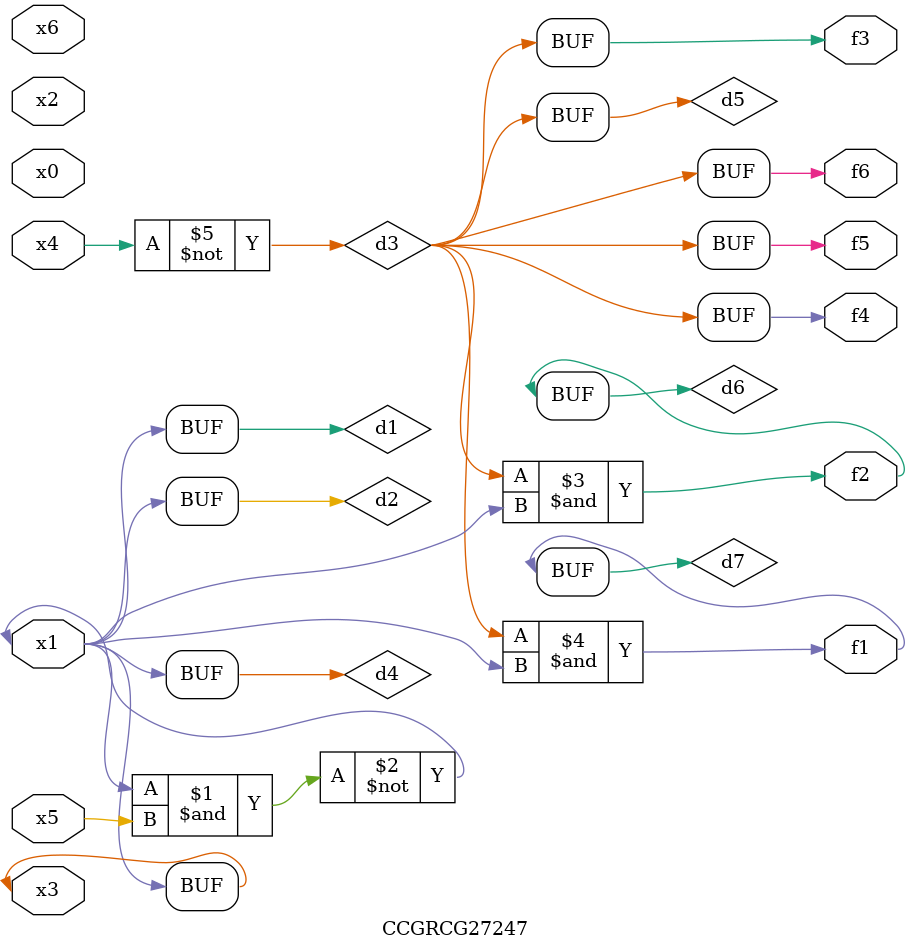
<source format=v>
module CCGRCG27247(
	input x0, x1, x2, x3, x4, x5, x6,
	output f1, f2, f3, f4, f5, f6
);

	wire d1, d2, d3, d4, d5, d6, d7;

	buf (d1, x1, x3);
	nand (d2, x1, x5);
	not (d3, x4);
	buf (d4, d1, d2);
	buf (d5, d3);
	and (d6, d3, d4);
	and (d7, d3, d4);
	assign f1 = d7;
	assign f2 = d6;
	assign f3 = d5;
	assign f4 = d5;
	assign f5 = d5;
	assign f6 = d5;
endmodule

</source>
